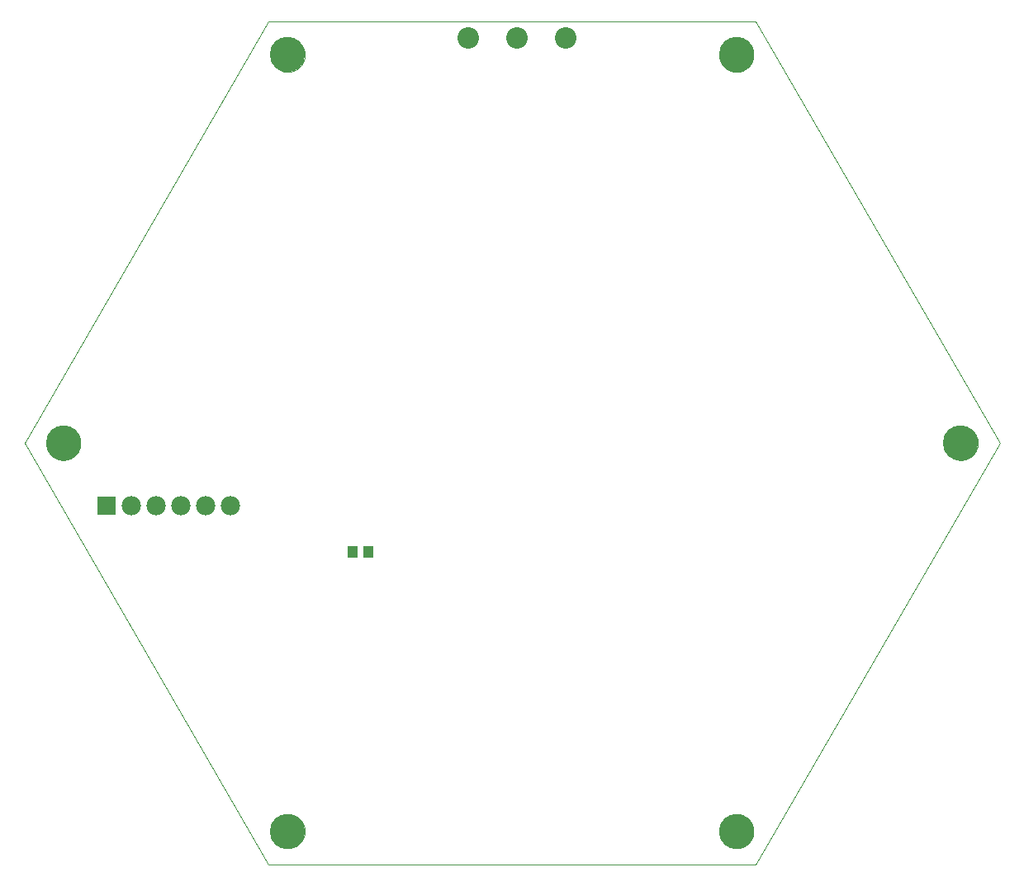
<source format=gbs>
G75*
%MOIN*%
%OFA0B0*%
%FSLAX25Y25*%
%IPPOS*%
%LPD*%
%AMOC8*
5,1,8,0,0,1.08239X$1,22.5*
%
%ADD10C,0.00000*%
%ADD11C,0.14180*%
%ADD12R,0.04337X0.04731*%
%ADD13R,0.07782X0.07782*%
%ADD14C,0.07782*%
%ADD15C,0.08668*%
D10*
X0099925Y0001500D02*
X0001500Y0171972D01*
X0099925Y0342445D01*
X0296776Y0342445D01*
X0395201Y0171972D01*
X0296776Y0001500D01*
X0099925Y0001500D01*
X0100909Y0015134D02*
X0100911Y0015303D01*
X0100917Y0015472D01*
X0100928Y0015641D01*
X0100942Y0015809D01*
X0100961Y0015977D01*
X0100984Y0016145D01*
X0101010Y0016312D01*
X0101041Y0016478D01*
X0101076Y0016644D01*
X0101115Y0016808D01*
X0101159Y0016972D01*
X0101206Y0017134D01*
X0101257Y0017295D01*
X0101312Y0017455D01*
X0101371Y0017614D01*
X0101433Y0017771D01*
X0101500Y0017926D01*
X0101571Y0018080D01*
X0101645Y0018232D01*
X0101723Y0018382D01*
X0101804Y0018530D01*
X0101889Y0018676D01*
X0101978Y0018820D01*
X0102070Y0018962D01*
X0102166Y0019101D01*
X0102265Y0019238D01*
X0102367Y0019373D01*
X0102473Y0019505D01*
X0102582Y0019634D01*
X0102694Y0019761D01*
X0102809Y0019885D01*
X0102927Y0020006D01*
X0103048Y0020124D01*
X0103172Y0020239D01*
X0103299Y0020351D01*
X0103428Y0020460D01*
X0103560Y0020566D01*
X0103695Y0020668D01*
X0103832Y0020767D01*
X0103971Y0020863D01*
X0104113Y0020955D01*
X0104257Y0021044D01*
X0104403Y0021129D01*
X0104551Y0021210D01*
X0104701Y0021288D01*
X0104853Y0021362D01*
X0105007Y0021433D01*
X0105162Y0021500D01*
X0105319Y0021562D01*
X0105478Y0021621D01*
X0105638Y0021676D01*
X0105799Y0021727D01*
X0105961Y0021774D01*
X0106125Y0021818D01*
X0106289Y0021857D01*
X0106455Y0021892D01*
X0106621Y0021923D01*
X0106788Y0021949D01*
X0106956Y0021972D01*
X0107124Y0021991D01*
X0107292Y0022005D01*
X0107461Y0022016D01*
X0107630Y0022022D01*
X0107799Y0022024D01*
X0107968Y0022022D01*
X0108137Y0022016D01*
X0108306Y0022005D01*
X0108474Y0021991D01*
X0108642Y0021972D01*
X0108810Y0021949D01*
X0108977Y0021923D01*
X0109143Y0021892D01*
X0109309Y0021857D01*
X0109473Y0021818D01*
X0109637Y0021774D01*
X0109799Y0021727D01*
X0109960Y0021676D01*
X0110120Y0021621D01*
X0110279Y0021562D01*
X0110436Y0021500D01*
X0110591Y0021433D01*
X0110745Y0021362D01*
X0110897Y0021288D01*
X0111047Y0021210D01*
X0111195Y0021129D01*
X0111341Y0021044D01*
X0111485Y0020955D01*
X0111627Y0020863D01*
X0111766Y0020767D01*
X0111903Y0020668D01*
X0112038Y0020566D01*
X0112170Y0020460D01*
X0112299Y0020351D01*
X0112426Y0020239D01*
X0112550Y0020124D01*
X0112671Y0020006D01*
X0112789Y0019885D01*
X0112904Y0019761D01*
X0113016Y0019634D01*
X0113125Y0019505D01*
X0113231Y0019373D01*
X0113333Y0019238D01*
X0113432Y0019101D01*
X0113528Y0018962D01*
X0113620Y0018820D01*
X0113709Y0018676D01*
X0113794Y0018530D01*
X0113875Y0018382D01*
X0113953Y0018232D01*
X0114027Y0018080D01*
X0114098Y0017926D01*
X0114165Y0017771D01*
X0114227Y0017614D01*
X0114286Y0017455D01*
X0114341Y0017295D01*
X0114392Y0017134D01*
X0114439Y0016972D01*
X0114483Y0016808D01*
X0114522Y0016644D01*
X0114557Y0016478D01*
X0114588Y0016312D01*
X0114614Y0016145D01*
X0114637Y0015977D01*
X0114656Y0015809D01*
X0114670Y0015641D01*
X0114681Y0015472D01*
X0114687Y0015303D01*
X0114689Y0015134D01*
X0114687Y0014965D01*
X0114681Y0014796D01*
X0114670Y0014627D01*
X0114656Y0014459D01*
X0114637Y0014291D01*
X0114614Y0014123D01*
X0114588Y0013956D01*
X0114557Y0013790D01*
X0114522Y0013624D01*
X0114483Y0013460D01*
X0114439Y0013296D01*
X0114392Y0013134D01*
X0114341Y0012973D01*
X0114286Y0012813D01*
X0114227Y0012654D01*
X0114165Y0012497D01*
X0114098Y0012342D01*
X0114027Y0012188D01*
X0113953Y0012036D01*
X0113875Y0011886D01*
X0113794Y0011738D01*
X0113709Y0011592D01*
X0113620Y0011448D01*
X0113528Y0011306D01*
X0113432Y0011167D01*
X0113333Y0011030D01*
X0113231Y0010895D01*
X0113125Y0010763D01*
X0113016Y0010634D01*
X0112904Y0010507D01*
X0112789Y0010383D01*
X0112671Y0010262D01*
X0112550Y0010144D01*
X0112426Y0010029D01*
X0112299Y0009917D01*
X0112170Y0009808D01*
X0112038Y0009702D01*
X0111903Y0009600D01*
X0111766Y0009501D01*
X0111627Y0009405D01*
X0111485Y0009313D01*
X0111341Y0009224D01*
X0111195Y0009139D01*
X0111047Y0009058D01*
X0110897Y0008980D01*
X0110745Y0008906D01*
X0110591Y0008835D01*
X0110436Y0008768D01*
X0110279Y0008706D01*
X0110120Y0008647D01*
X0109960Y0008592D01*
X0109799Y0008541D01*
X0109637Y0008494D01*
X0109473Y0008450D01*
X0109309Y0008411D01*
X0109143Y0008376D01*
X0108977Y0008345D01*
X0108810Y0008319D01*
X0108642Y0008296D01*
X0108474Y0008277D01*
X0108306Y0008263D01*
X0108137Y0008252D01*
X0107968Y0008246D01*
X0107799Y0008244D01*
X0107630Y0008246D01*
X0107461Y0008252D01*
X0107292Y0008263D01*
X0107124Y0008277D01*
X0106956Y0008296D01*
X0106788Y0008319D01*
X0106621Y0008345D01*
X0106455Y0008376D01*
X0106289Y0008411D01*
X0106125Y0008450D01*
X0105961Y0008494D01*
X0105799Y0008541D01*
X0105638Y0008592D01*
X0105478Y0008647D01*
X0105319Y0008706D01*
X0105162Y0008768D01*
X0105007Y0008835D01*
X0104853Y0008906D01*
X0104701Y0008980D01*
X0104551Y0009058D01*
X0104403Y0009139D01*
X0104257Y0009224D01*
X0104113Y0009313D01*
X0103971Y0009405D01*
X0103832Y0009501D01*
X0103695Y0009600D01*
X0103560Y0009702D01*
X0103428Y0009808D01*
X0103299Y0009917D01*
X0103172Y0010029D01*
X0103048Y0010144D01*
X0102927Y0010262D01*
X0102809Y0010383D01*
X0102694Y0010507D01*
X0102582Y0010634D01*
X0102473Y0010763D01*
X0102367Y0010895D01*
X0102265Y0011030D01*
X0102166Y0011167D01*
X0102070Y0011306D01*
X0101978Y0011448D01*
X0101889Y0011592D01*
X0101804Y0011738D01*
X0101723Y0011886D01*
X0101645Y0012036D01*
X0101571Y0012188D01*
X0101500Y0012342D01*
X0101433Y0012497D01*
X0101371Y0012654D01*
X0101312Y0012813D01*
X0101257Y0012973D01*
X0101206Y0013134D01*
X0101159Y0013296D01*
X0101115Y0013460D01*
X0101076Y0013624D01*
X0101041Y0013790D01*
X0101010Y0013956D01*
X0100984Y0014123D01*
X0100961Y0014291D01*
X0100942Y0014459D01*
X0100928Y0014627D01*
X0100917Y0014796D01*
X0100911Y0014965D01*
X0100909Y0015134D01*
X0010358Y0171972D02*
X0010360Y0172141D01*
X0010366Y0172310D01*
X0010377Y0172479D01*
X0010391Y0172647D01*
X0010410Y0172815D01*
X0010433Y0172983D01*
X0010459Y0173150D01*
X0010490Y0173316D01*
X0010525Y0173482D01*
X0010564Y0173646D01*
X0010608Y0173810D01*
X0010655Y0173972D01*
X0010706Y0174133D01*
X0010761Y0174293D01*
X0010820Y0174452D01*
X0010882Y0174609D01*
X0010949Y0174764D01*
X0011020Y0174918D01*
X0011094Y0175070D01*
X0011172Y0175220D01*
X0011253Y0175368D01*
X0011338Y0175514D01*
X0011427Y0175658D01*
X0011519Y0175800D01*
X0011615Y0175939D01*
X0011714Y0176076D01*
X0011816Y0176211D01*
X0011922Y0176343D01*
X0012031Y0176472D01*
X0012143Y0176599D01*
X0012258Y0176723D01*
X0012376Y0176844D01*
X0012497Y0176962D01*
X0012621Y0177077D01*
X0012748Y0177189D01*
X0012877Y0177298D01*
X0013009Y0177404D01*
X0013144Y0177506D01*
X0013281Y0177605D01*
X0013420Y0177701D01*
X0013562Y0177793D01*
X0013706Y0177882D01*
X0013852Y0177967D01*
X0014000Y0178048D01*
X0014150Y0178126D01*
X0014302Y0178200D01*
X0014456Y0178271D01*
X0014611Y0178338D01*
X0014768Y0178400D01*
X0014927Y0178459D01*
X0015087Y0178514D01*
X0015248Y0178565D01*
X0015410Y0178612D01*
X0015574Y0178656D01*
X0015738Y0178695D01*
X0015904Y0178730D01*
X0016070Y0178761D01*
X0016237Y0178787D01*
X0016405Y0178810D01*
X0016573Y0178829D01*
X0016741Y0178843D01*
X0016910Y0178854D01*
X0017079Y0178860D01*
X0017248Y0178862D01*
X0017417Y0178860D01*
X0017586Y0178854D01*
X0017755Y0178843D01*
X0017923Y0178829D01*
X0018091Y0178810D01*
X0018259Y0178787D01*
X0018426Y0178761D01*
X0018592Y0178730D01*
X0018758Y0178695D01*
X0018922Y0178656D01*
X0019086Y0178612D01*
X0019248Y0178565D01*
X0019409Y0178514D01*
X0019569Y0178459D01*
X0019728Y0178400D01*
X0019885Y0178338D01*
X0020040Y0178271D01*
X0020194Y0178200D01*
X0020346Y0178126D01*
X0020496Y0178048D01*
X0020644Y0177967D01*
X0020790Y0177882D01*
X0020934Y0177793D01*
X0021076Y0177701D01*
X0021215Y0177605D01*
X0021352Y0177506D01*
X0021487Y0177404D01*
X0021619Y0177298D01*
X0021748Y0177189D01*
X0021875Y0177077D01*
X0021999Y0176962D01*
X0022120Y0176844D01*
X0022238Y0176723D01*
X0022353Y0176599D01*
X0022465Y0176472D01*
X0022574Y0176343D01*
X0022680Y0176211D01*
X0022782Y0176076D01*
X0022881Y0175939D01*
X0022977Y0175800D01*
X0023069Y0175658D01*
X0023158Y0175514D01*
X0023243Y0175368D01*
X0023324Y0175220D01*
X0023402Y0175070D01*
X0023476Y0174918D01*
X0023547Y0174764D01*
X0023614Y0174609D01*
X0023676Y0174452D01*
X0023735Y0174293D01*
X0023790Y0174133D01*
X0023841Y0173972D01*
X0023888Y0173810D01*
X0023932Y0173646D01*
X0023971Y0173482D01*
X0024006Y0173316D01*
X0024037Y0173150D01*
X0024063Y0172983D01*
X0024086Y0172815D01*
X0024105Y0172647D01*
X0024119Y0172479D01*
X0024130Y0172310D01*
X0024136Y0172141D01*
X0024138Y0171972D01*
X0024136Y0171803D01*
X0024130Y0171634D01*
X0024119Y0171465D01*
X0024105Y0171297D01*
X0024086Y0171129D01*
X0024063Y0170961D01*
X0024037Y0170794D01*
X0024006Y0170628D01*
X0023971Y0170462D01*
X0023932Y0170298D01*
X0023888Y0170134D01*
X0023841Y0169972D01*
X0023790Y0169811D01*
X0023735Y0169651D01*
X0023676Y0169492D01*
X0023614Y0169335D01*
X0023547Y0169180D01*
X0023476Y0169026D01*
X0023402Y0168874D01*
X0023324Y0168724D01*
X0023243Y0168576D01*
X0023158Y0168430D01*
X0023069Y0168286D01*
X0022977Y0168144D01*
X0022881Y0168005D01*
X0022782Y0167868D01*
X0022680Y0167733D01*
X0022574Y0167601D01*
X0022465Y0167472D01*
X0022353Y0167345D01*
X0022238Y0167221D01*
X0022120Y0167100D01*
X0021999Y0166982D01*
X0021875Y0166867D01*
X0021748Y0166755D01*
X0021619Y0166646D01*
X0021487Y0166540D01*
X0021352Y0166438D01*
X0021215Y0166339D01*
X0021076Y0166243D01*
X0020934Y0166151D01*
X0020790Y0166062D01*
X0020644Y0165977D01*
X0020496Y0165896D01*
X0020346Y0165818D01*
X0020194Y0165744D01*
X0020040Y0165673D01*
X0019885Y0165606D01*
X0019728Y0165544D01*
X0019569Y0165485D01*
X0019409Y0165430D01*
X0019248Y0165379D01*
X0019086Y0165332D01*
X0018922Y0165288D01*
X0018758Y0165249D01*
X0018592Y0165214D01*
X0018426Y0165183D01*
X0018259Y0165157D01*
X0018091Y0165134D01*
X0017923Y0165115D01*
X0017755Y0165101D01*
X0017586Y0165090D01*
X0017417Y0165084D01*
X0017248Y0165082D01*
X0017079Y0165084D01*
X0016910Y0165090D01*
X0016741Y0165101D01*
X0016573Y0165115D01*
X0016405Y0165134D01*
X0016237Y0165157D01*
X0016070Y0165183D01*
X0015904Y0165214D01*
X0015738Y0165249D01*
X0015574Y0165288D01*
X0015410Y0165332D01*
X0015248Y0165379D01*
X0015087Y0165430D01*
X0014927Y0165485D01*
X0014768Y0165544D01*
X0014611Y0165606D01*
X0014456Y0165673D01*
X0014302Y0165744D01*
X0014150Y0165818D01*
X0014000Y0165896D01*
X0013852Y0165977D01*
X0013706Y0166062D01*
X0013562Y0166151D01*
X0013420Y0166243D01*
X0013281Y0166339D01*
X0013144Y0166438D01*
X0013009Y0166540D01*
X0012877Y0166646D01*
X0012748Y0166755D01*
X0012621Y0166867D01*
X0012497Y0166982D01*
X0012376Y0167100D01*
X0012258Y0167221D01*
X0012143Y0167345D01*
X0012031Y0167472D01*
X0011922Y0167601D01*
X0011816Y0167733D01*
X0011714Y0167868D01*
X0011615Y0168005D01*
X0011519Y0168144D01*
X0011427Y0168286D01*
X0011338Y0168430D01*
X0011253Y0168576D01*
X0011172Y0168724D01*
X0011094Y0168874D01*
X0011020Y0169026D01*
X0010949Y0169180D01*
X0010882Y0169335D01*
X0010820Y0169492D01*
X0010761Y0169651D01*
X0010706Y0169811D01*
X0010655Y0169972D01*
X0010608Y0170134D01*
X0010564Y0170298D01*
X0010525Y0170462D01*
X0010490Y0170628D01*
X0010459Y0170794D01*
X0010433Y0170961D01*
X0010410Y0171129D01*
X0010391Y0171297D01*
X0010377Y0171465D01*
X0010366Y0171634D01*
X0010360Y0171803D01*
X0010358Y0171972D01*
X0100909Y0328811D02*
X0100911Y0328980D01*
X0100917Y0329149D01*
X0100928Y0329318D01*
X0100942Y0329486D01*
X0100961Y0329654D01*
X0100984Y0329822D01*
X0101010Y0329989D01*
X0101041Y0330155D01*
X0101076Y0330321D01*
X0101115Y0330485D01*
X0101159Y0330649D01*
X0101206Y0330811D01*
X0101257Y0330972D01*
X0101312Y0331132D01*
X0101371Y0331291D01*
X0101433Y0331448D01*
X0101500Y0331603D01*
X0101571Y0331757D01*
X0101645Y0331909D01*
X0101723Y0332059D01*
X0101804Y0332207D01*
X0101889Y0332353D01*
X0101978Y0332497D01*
X0102070Y0332639D01*
X0102166Y0332778D01*
X0102265Y0332915D01*
X0102367Y0333050D01*
X0102473Y0333182D01*
X0102582Y0333311D01*
X0102694Y0333438D01*
X0102809Y0333562D01*
X0102927Y0333683D01*
X0103048Y0333801D01*
X0103172Y0333916D01*
X0103299Y0334028D01*
X0103428Y0334137D01*
X0103560Y0334243D01*
X0103695Y0334345D01*
X0103832Y0334444D01*
X0103971Y0334540D01*
X0104113Y0334632D01*
X0104257Y0334721D01*
X0104403Y0334806D01*
X0104551Y0334887D01*
X0104701Y0334965D01*
X0104853Y0335039D01*
X0105007Y0335110D01*
X0105162Y0335177D01*
X0105319Y0335239D01*
X0105478Y0335298D01*
X0105638Y0335353D01*
X0105799Y0335404D01*
X0105961Y0335451D01*
X0106125Y0335495D01*
X0106289Y0335534D01*
X0106455Y0335569D01*
X0106621Y0335600D01*
X0106788Y0335626D01*
X0106956Y0335649D01*
X0107124Y0335668D01*
X0107292Y0335682D01*
X0107461Y0335693D01*
X0107630Y0335699D01*
X0107799Y0335701D01*
X0107968Y0335699D01*
X0108137Y0335693D01*
X0108306Y0335682D01*
X0108474Y0335668D01*
X0108642Y0335649D01*
X0108810Y0335626D01*
X0108977Y0335600D01*
X0109143Y0335569D01*
X0109309Y0335534D01*
X0109473Y0335495D01*
X0109637Y0335451D01*
X0109799Y0335404D01*
X0109960Y0335353D01*
X0110120Y0335298D01*
X0110279Y0335239D01*
X0110436Y0335177D01*
X0110591Y0335110D01*
X0110745Y0335039D01*
X0110897Y0334965D01*
X0111047Y0334887D01*
X0111195Y0334806D01*
X0111341Y0334721D01*
X0111485Y0334632D01*
X0111627Y0334540D01*
X0111766Y0334444D01*
X0111903Y0334345D01*
X0112038Y0334243D01*
X0112170Y0334137D01*
X0112299Y0334028D01*
X0112426Y0333916D01*
X0112550Y0333801D01*
X0112671Y0333683D01*
X0112789Y0333562D01*
X0112904Y0333438D01*
X0113016Y0333311D01*
X0113125Y0333182D01*
X0113231Y0333050D01*
X0113333Y0332915D01*
X0113432Y0332778D01*
X0113528Y0332639D01*
X0113620Y0332497D01*
X0113709Y0332353D01*
X0113794Y0332207D01*
X0113875Y0332059D01*
X0113953Y0331909D01*
X0114027Y0331757D01*
X0114098Y0331603D01*
X0114165Y0331448D01*
X0114227Y0331291D01*
X0114286Y0331132D01*
X0114341Y0330972D01*
X0114392Y0330811D01*
X0114439Y0330649D01*
X0114483Y0330485D01*
X0114522Y0330321D01*
X0114557Y0330155D01*
X0114588Y0329989D01*
X0114614Y0329822D01*
X0114637Y0329654D01*
X0114656Y0329486D01*
X0114670Y0329318D01*
X0114681Y0329149D01*
X0114687Y0328980D01*
X0114689Y0328811D01*
X0114687Y0328642D01*
X0114681Y0328473D01*
X0114670Y0328304D01*
X0114656Y0328136D01*
X0114637Y0327968D01*
X0114614Y0327800D01*
X0114588Y0327633D01*
X0114557Y0327467D01*
X0114522Y0327301D01*
X0114483Y0327137D01*
X0114439Y0326973D01*
X0114392Y0326811D01*
X0114341Y0326650D01*
X0114286Y0326490D01*
X0114227Y0326331D01*
X0114165Y0326174D01*
X0114098Y0326019D01*
X0114027Y0325865D01*
X0113953Y0325713D01*
X0113875Y0325563D01*
X0113794Y0325415D01*
X0113709Y0325269D01*
X0113620Y0325125D01*
X0113528Y0324983D01*
X0113432Y0324844D01*
X0113333Y0324707D01*
X0113231Y0324572D01*
X0113125Y0324440D01*
X0113016Y0324311D01*
X0112904Y0324184D01*
X0112789Y0324060D01*
X0112671Y0323939D01*
X0112550Y0323821D01*
X0112426Y0323706D01*
X0112299Y0323594D01*
X0112170Y0323485D01*
X0112038Y0323379D01*
X0111903Y0323277D01*
X0111766Y0323178D01*
X0111627Y0323082D01*
X0111485Y0322990D01*
X0111341Y0322901D01*
X0111195Y0322816D01*
X0111047Y0322735D01*
X0110897Y0322657D01*
X0110745Y0322583D01*
X0110591Y0322512D01*
X0110436Y0322445D01*
X0110279Y0322383D01*
X0110120Y0322324D01*
X0109960Y0322269D01*
X0109799Y0322218D01*
X0109637Y0322171D01*
X0109473Y0322127D01*
X0109309Y0322088D01*
X0109143Y0322053D01*
X0108977Y0322022D01*
X0108810Y0321996D01*
X0108642Y0321973D01*
X0108474Y0321954D01*
X0108306Y0321940D01*
X0108137Y0321929D01*
X0107968Y0321923D01*
X0107799Y0321921D01*
X0107630Y0321923D01*
X0107461Y0321929D01*
X0107292Y0321940D01*
X0107124Y0321954D01*
X0106956Y0321973D01*
X0106788Y0321996D01*
X0106621Y0322022D01*
X0106455Y0322053D01*
X0106289Y0322088D01*
X0106125Y0322127D01*
X0105961Y0322171D01*
X0105799Y0322218D01*
X0105638Y0322269D01*
X0105478Y0322324D01*
X0105319Y0322383D01*
X0105162Y0322445D01*
X0105007Y0322512D01*
X0104853Y0322583D01*
X0104701Y0322657D01*
X0104551Y0322735D01*
X0104403Y0322816D01*
X0104257Y0322901D01*
X0104113Y0322990D01*
X0103971Y0323082D01*
X0103832Y0323178D01*
X0103695Y0323277D01*
X0103560Y0323379D01*
X0103428Y0323485D01*
X0103299Y0323594D01*
X0103172Y0323706D01*
X0103048Y0323821D01*
X0102927Y0323939D01*
X0102809Y0324060D01*
X0102694Y0324184D01*
X0102582Y0324311D01*
X0102473Y0324440D01*
X0102367Y0324572D01*
X0102265Y0324707D01*
X0102166Y0324844D01*
X0102070Y0324983D01*
X0101978Y0325125D01*
X0101889Y0325269D01*
X0101804Y0325415D01*
X0101723Y0325563D01*
X0101645Y0325713D01*
X0101571Y0325865D01*
X0101500Y0326019D01*
X0101433Y0326174D01*
X0101371Y0326331D01*
X0101312Y0326490D01*
X0101257Y0326650D01*
X0101206Y0326811D01*
X0101159Y0326973D01*
X0101115Y0327137D01*
X0101076Y0327301D01*
X0101041Y0327467D01*
X0101010Y0327633D01*
X0100984Y0327800D01*
X0100961Y0327968D01*
X0100942Y0328136D01*
X0100928Y0328304D01*
X0100917Y0328473D01*
X0100911Y0328642D01*
X0100909Y0328811D01*
X0282012Y0328811D02*
X0282014Y0328980D01*
X0282020Y0329149D01*
X0282031Y0329318D01*
X0282045Y0329486D01*
X0282064Y0329654D01*
X0282087Y0329822D01*
X0282113Y0329989D01*
X0282144Y0330155D01*
X0282179Y0330321D01*
X0282218Y0330485D01*
X0282262Y0330649D01*
X0282309Y0330811D01*
X0282360Y0330972D01*
X0282415Y0331132D01*
X0282474Y0331291D01*
X0282536Y0331448D01*
X0282603Y0331603D01*
X0282674Y0331757D01*
X0282748Y0331909D01*
X0282826Y0332059D01*
X0282907Y0332207D01*
X0282992Y0332353D01*
X0283081Y0332497D01*
X0283173Y0332639D01*
X0283269Y0332778D01*
X0283368Y0332915D01*
X0283470Y0333050D01*
X0283576Y0333182D01*
X0283685Y0333311D01*
X0283797Y0333438D01*
X0283912Y0333562D01*
X0284030Y0333683D01*
X0284151Y0333801D01*
X0284275Y0333916D01*
X0284402Y0334028D01*
X0284531Y0334137D01*
X0284663Y0334243D01*
X0284798Y0334345D01*
X0284935Y0334444D01*
X0285074Y0334540D01*
X0285216Y0334632D01*
X0285360Y0334721D01*
X0285506Y0334806D01*
X0285654Y0334887D01*
X0285804Y0334965D01*
X0285956Y0335039D01*
X0286110Y0335110D01*
X0286265Y0335177D01*
X0286422Y0335239D01*
X0286581Y0335298D01*
X0286741Y0335353D01*
X0286902Y0335404D01*
X0287064Y0335451D01*
X0287228Y0335495D01*
X0287392Y0335534D01*
X0287558Y0335569D01*
X0287724Y0335600D01*
X0287891Y0335626D01*
X0288059Y0335649D01*
X0288227Y0335668D01*
X0288395Y0335682D01*
X0288564Y0335693D01*
X0288733Y0335699D01*
X0288902Y0335701D01*
X0289071Y0335699D01*
X0289240Y0335693D01*
X0289409Y0335682D01*
X0289577Y0335668D01*
X0289745Y0335649D01*
X0289913Y0335626D01*
X0290080Y0335600D01*
X0290246Y0335569D01*
X0290412Y0335534D01*
X0290576Y0335495D01*
X0290740Y0335451D01*
X0290902Y0335404D01*
X0291063Y0335353D01*
X0291223Y0335298D01*
X0291382Y0335239D01*
X0291539Y0335177D01*
X0291694Y0335110D01*
X0291848Y0335039D01*
X0292000Y0334965D01*
X0292150Y0334887D01*
X0292298Y0334806D01*
X0292444Y0334721D01*
X0292588Y0334632D01*
X0292730Y0334540D01*
X0292869Y0334444D01*
X0293006Y0334345D01*
X0293141Y0334243D01*
X0293273Y0334137D01*
X0293402Y0334028D01*
X0293529Y0333916D01*
X0293653Y0333801D01*
X0293774Y0333683D01*
X0293892Y0333562D01*
X0294007Y0333438D01*
X0294119Y0333311D01*
X0294228Y0333182D01*
X0294334Y0333050D01*
X0294436Y0332915D01*
X0294535Y0332778D01*
X0294631Y0332639D01*
X0294723Y0332497D01*
X0294812Y0332353D01*
X0294897Y0332207D01*
X0294978Y0332059D01*
X0295056Y0331909D01*
X0295130Y0331757D01*
X0295201Y0331603D01*
X0295268Y0331448D01*
X0295330Y0331291D01*
X0295389Y0331132D01*
X0295444Y0330972D01*
X0295495Y0330811D01*
X0295542Y0330649D01*
X0295586Y0330485D01*
X0295625Y0330321D01*
X0295660Y0330155D01*
X0295691Y0329989D01*
X0295717Y0329822D01*
X0295740Y0329654D01*
X0295759Y0329486D01*
X0295773Y0329318D01*
X0295784Y0329149D01*
X0295790Y0328980D01*
X0295792Y0328811D01*
X0295790Y0328642D01*
X0295784Y0328473D01*
X0295773Y0328304D01*
X0295759Y0328136D01*
X0295740Y0327968D01*
X0295717Y0327800D01*
X0295691Y0327633D01*
X0295660Y0327467D01*
X0295625Y0327301D01*
X0295586Y0327137D01*
X0295542Y0326973D01*
X0295495Y0326811D01*
X0295444Y0326650D01*
X0295389Y0326490D01*
X0295330Y0326331D01*
X0295268Y0326174D01*
X0295201Y0326019D01*
X0295130Y0325865D01*
X0295056Y0325713D01*
X0294978Y0325563D01*
X0294897Y0325415D01*
X0294812Y0325269D01*
X0294723Y0325125D01*
X0294631Y0324983D01*
X0294535Y0324844D01*
X0294436Y0324707D01*
X0294334Y0324572D01*
X0294228Y0324440D01*
X0294119Y0324311D01*
X0294007Y0324184D01*
X0293892Y0324060D01*
X0293774Y0323939D01*
X0293653Y0323821D01*
X0293529Y0323706D01*
X0293402Y0323594D01*
X0293273Y0323485D01*
X0293141Y0323379D01*
X0293006Y0323277D01*
X0292869Y0323178D01*
X0292730Y0323082D01*
X0292588Y0322990D01*
X0292444Y0322901D01*
X0292298Y0322816D01*
X0292150Y0322735D01*
X0292000Y0322657D01*
X0291848Y0322583D01*
X0291694Y0322512D01*
X0291539Y0322445D01*
X0291382Y0322383D01*
X0291223Y0322324D01*
X0291063Y0322269D01*
X0290902Y0322218D01*
X0290740Y0322171D01*
X0290576Y0322127D01*
X0290412Y0322088D01*
X0290246Y0322053D01*
X0290080Y0322022D01*
X0289913Y0321996D01*
X0289745Y0321973D01*
X0289577Y0321954D01*
X0289409Y0321940D01*
X0289240Y0321929D01*
X0289071Y0321923D01*
X0288902Y0321921D01*
X0288733Y0321923D01*
X0288564Y0321929D01*
X0288395Y0321940D01*
X0288227Y0321954D01*
X0288059Y0321973D01*
X0287891Y0321996D01*
X0287724Y0322022D01*
X0287558Y0322053D01*
X0287392Y0322088D01*
X0287228Y0322127D01*
X0287064Y0322171D01*
X0286902Y0322218D01*
X0286741Y0322269D01*
X0286581Y0322324D01*
X0286422Y0322383D01*
X0286265Y0322445D01*
X0286110Y0322512D01*
X0285956Y0322583D01*
X0285804Y0322657D01*
X0285654Y0322735D01*
X0285506Y0322816D01*
X0285360Y0322901D01*
X0285216Y0322990D01*
X0285074Y0323082D01*
X0284935Y0323178D01*
X0284798Y0323277D01*
X0284663Y0323379D01*
X0284531Y0323485D01*
X0284402Y0323594D01*
X0284275Y0323706D01*
X0284151Y0323821D01*
X0284030Y0323939D01*
X0283912Y0324060D01*
X0283797Y0324184D01*
X0283685Y0324311D01*
X0283576Y0324440D01*
X0283470Y0324572D01*
X0283368Y0324707D01*
X0283269Y0324844D01*
X0283173Y0324983D01*
X0283081Y0325125D01*
X0282992Y0325269D01*
X0282907Y0325415D01*
X0282826Y0325563D01*
X0282748Y0325713D01*
X0282674Y0325865D01*
X0282603Y0326019D01*
X0282536Y0326174D01*
X0282474Y0326331D01*
X0282415Y0326490D01*
X0282360Y0326650D01*
X0282309Y0326811D01*
X0282262Y0326973D01*
X0282218Y0327137D01*
X0282179Y0327301D01*
X0282144Y0327467D01*
X0282113Y0327633D01*
X0282087Y0327800D01*
X0282064Y0327968D01*
X0282045Y0328136D01*
X0282031Y0328304D01*
X0282020Y0328473D01*
X0282014Y0328642D01*
X0282012Y0328811D01*
X0372563Y0171972D02*
X0372565Y0172141D01*
X0372571Y0172310D01*
X0372582Y0172479D01*
X0372596Y0172647D01*
X0372615Y0172815D01*
X0372638Y0172983D01*
X0372664Y0173150D01*
X0372695Y0173316D01*
X0372730Y0173482D01*
X0372769Y0173646D01*
X0372813Y0173810D01*
X0372860Y0173972D01*
X0372911Y0174133D01*
X0372966Y0174293D01*
X0373025Y0174452D01*
X0373087Y0174609D01*
X0373154Y0174764D01*
X0373225Y0174918D01*
X0373299Y0175070D01*
X0373377Y0175220D01*
X0373458Y0175368D01*
X0373543Y0175514D01*
X0373632Y0175658D01*
X0373724Y0175800D01*
X0373820Y0175939D01*
X0373919Y0176076D01*
X0374021Y0176211D01*
X0374127Y0176343D01*
X0374236Y0176472D01*
X0374348Y0176599D01*
X0374463Y0176723D01*
X0374581Y0176844D01*
X0374702Y0176962D01*
X0374826Y0177077D01*
X0374953Y0177189D01*
X0375082Y0177298D01*
X0375214Y0177404D01*
X0375349Y0177506D01*
X0375486Y0177605D01*
X0375625Y0177701D01*
X0375767Y0177793D01*
X0375911Y0177882D01*
X0376057Y0177967D01*
X0376205Y0178048D01*
X0376355Y0178126D01*
X0376507Y0178200D01*
X0376661Y0178271D01*
X0376816Y0178338D01*
X0376973Y0178400D01*
X0377132Y0178459D01*
X0377292Y0178514D01*
X0377453Y0178565D01*
X0377615Y0178612D01*
X0377779Y0178656D01*
X0377943Y0178695D01*
X0378109Y0178730D01*
X0378275Y0178761D01*
X0378442Y0178787D01*
X0378610Y0178810D01*
X0378778Y0178829D01*
X0378946Y0178843D01*
X0379115Y0178854D01*
X0379284Y0178860D01*
X0379453Y0178862D01*
X0379622Y0178860D01*
X0379791Y0178854D01*
X0379960Y0178843D01*
X0380128Y0178829D01*
X0380296Y0178810D01*
X0380464Y0178787D01*
X0380631Y0178761D01*
X0380797Y0178730D01*
X0380963Y0178695D01*
X0381127Y0178656D01*
X0381291Y0178612D01*
X0381453Y0178565D01*
X0381614Y0178514D01*
X0381774Y0178459D01*
X0381933Y0178400D01*
X0382090Y0178338D01*
X0382245Y0178271D01*
X0382399Y0178200D01*
X0382551Y0178126D01*
X0382701Y0178048D01*
X0382849Y0177967D01*
X0382995Y0177882D01*
X0383139Y0177793D01*
X0383281Y0177701D01*
X0383420Y0177605D01*
X0383557Y0177506D01*
X0383692Y0177404D01*
X0383824Y0177298D01*
X0383953Y0177189D01*
X0384080Y0177077D01*
X0384204Y0176962D01*
X0384325Y0176844D01*
X0384443Y0176723D01*
X0384558Y0176599D01*
X0384670Y0176472D01*
X0384779Y0176343D01*
X0384885Y0176211D01*
X0384987Y0176076D01*
X0385086Y0175939D01*
X0385182Y0175800D01*
X0385274Y0175658D01*
X0385363Y0175514D01*
X0385448Y0175368D01*
X0385529Y0175220D01*
X0385607Y0175070D01*
X0385681Y0174918D01*
X0385752Y0174764D01*
X0385819Y0174609D01*
X0385881Y0174452D01*
X0385940Y0174293D01*
X0385995Y0174133D01*
X0386046Y0173972D01*
X0386093Y0173810D01*
X0386137Y0173646D01*
X0386176Y0173482D01*
X0386211Y0173316D01*
X0386242Y0173150D01*
X0386268Y0172983D01*
X0386291Y0172815D01*
X0386310Y0172647D01*
X0386324Y0172479D01*
X0386335Y0172310D01*
X0386341Y0172141D01*
X0386343Y0171972D01*
X0386341Y0171803D01*
X0386335Y0171634D01*
X0386324Y0171465D01*
X0386310Y0171297D01*
X0386291Y0171129D01*
X0386268Y0170961D01*
X0386242Y0170794D01*
X0386211Y0170628D01*
X0386176Y0170462D01*
X0386137Y0170298D01*
X0386093Y0170134D01*
X0386046Y0169972D01*
X0385995Y0169811D01*
X0385940Y0169651D01*
X0385881Y0169492D01*
X0385819Y0169335D01*
X0385752Y0169180D01*
X0385681Y0169026D01*
X0385607Y0168874D01*
X0385529Y0168724D01*
X0385448Y0168576D01*
X0385363Y0168430D01*
X0385274Y0168286D01*
X0385182Y0168144D01*
X0385086Y0168005D01*
X0384987Y0167868D01*
X0384885Y0167733D01*
X0384779Y0167601D01*
X0384670Y0167472D01*
X0384558Y0167345D01*
X0384443Y0167221D01*
X0384325Y0167100D01*
X0384204Y0166982D01*
X0384080Y0166867D01*
X0383953Y0166755D01*
X0383824Y0166646D01*
X0383692Y0166540D01*
X0383557Y0166438D01*
X0383420Y0166339D01*
X0383281Y0166243D01*
X0383139Y0166151D01*
X0382995Y0166062D01*
X0382849Y0165977D01*
X0382701Y0165896D01*
X0382551Y0165818D01*
X0382399Y0165744D01*
X0382245Y0165673D01*
X0382090Y0165606D01*
X0381933Y0165544D01*
X0381774Y0165485D01*
X0381614Y0165430D01*
X0381453Y0165379D01*
X0381291Y0165332D01*
X0381127Y0165288D01*
X0380963Y0165249D01*
X0380797Y0165214D01*
X0380631Y0165183D01*
X0380464Y0165157D01*
X0380296Y0165134D01*
X0380128Y0165115D01*
X0379960Y0165101D01*
X0379791Y0165090D01*
X0379622Y0165084D01*
X0379453Y0165082D01*
X0379284Y0165084D01*
X0379115Y0165090D01*
X0378946Y0165101D01*
X0378778Y0165115D01*
X0378610Y0165134D01*
X0378442Y0165157D01*
X0378275Y0165183D01*
X0378109Y0165214D01*
X0377943Y0165249D01*
X0377779Y0165288D01*
X0377615Y0165332D01*
X0377453Y0165379D01*
X0377292Y0165430D01*
X0377132Y0165485D01*
X0376973Y0165544D01*
X0376816Y0165606D01*
X0376661Y0165673D01*
X0376507Y0165744D01*
X0376355Y0165818D01*
X0376205Y0165896D01*
X0376057Y0165977D01*
X0375911Y0166062D01*
X0375767Y0166151D01*
X0375625Y0166243D01*
X0375486Y0166339D01*
X0375349Y0166438D01*
X0375214Y0166540D01*
X0375082Y0166646D01*
X0374953Y0166755D01*
X0374826Y0166867D01*
X0374702Y0166982D01*
X0374581Y0167100D01*
X0374463Y0167221D01*
X0374348Y0167345D01*
X0374236Y0167472D01*
X0374127Y0167601D01*
X0374021Y0167733D01*
X0373919Y0167868D01*
X0373820Y0168005D01*
X0373724Y0168144D01*
X0373632Y0168286D01*
X0373543Y0168430D01*
X0373458Y0168576D01*
X0373377Y0168724D01*
X0373299Y0168874D01*
X0373225Y0169026D01*
X0373154Y0169180D01*
X0373087Y0169335D01*
X0373025Y0169492D01*
X0372966Y0169651D01*
X0372911Y0169811D01*
X0372860Y0169972D01*
X0372813Y0170134D01*
X0372769Y0170298D01*
X0372730Y0170462D01*
X0372695Y0170628D01*
X0372664Y0170794D01*
X0372638Y0170961D01*
X0372615Y0171129D01*
X0372596Y0171297D01*
X0372582Y0171465D01*
X0372571Y0171634D01*
X0372565Y0171803D01*
X0372563Y0171972D01*
X0282012Y0015134D02*
X0282014Y0015303D01*
X0282020Y0015472D01*
X0282031Y0015641D01*
X0282045Y0015809D01*
X0282064Y0015977D01*
X0282087Y0016145D01*
X0282113Y0016312D01*
X0282144Y0016478D01*
X0282179Y0016644D01*
X0282218Y0016808D01*
X0282262Y0016972D01*
X0282309Y0017134D01*
X0282360Y0017295D01*
X0282415Y0017455D01*
X0282474Y0017614D01*
X0282536Y0017771D01*
X0282603Y0017926D01*
X0282674Y0018080D01*
X0282748Y0018232D01*
X0282826Y0018382D01*
X0282907Y0018530D01*
X0282992Y0018676D01*
X0283081Y0018820D01*
X0283173Y0018962D01*
X0283269Y0019101D01*
X0283368Y0019238D01*
X0283470Y0019373D01*
X0283576Y0019505D01*
X0283685Y0019634D01*
X0283797Y0019761D01*
X0283912Y0019885D01*
X0284030Y0020006D01*
X0284151Y0020124D01*
X0284275Y0020239D01*
X0284402Y0020351D01*
X0284531Y0020460D01*
X0284663Y0020566D01*
X0284798Y0020668D01*
X0284935Y0020767D01*
X0285074Y0020863D01*
X0285216Y0020955D01*
X0285360Y0021044D01*
X0285506Y0021129D01*
X0285654Y0021210D01*
X0285804Y0021288D01*
X0285956Y0021362D01*
X0286110Y0021433D01*
X0286265Y0021500D01*
X0286422Y0021562D01*
X0286581Y0021621D01*
X0286741Y0021676D01*
X0286902Y0021727D01*
X0287064Y0021774D01*
X0287228Y0021818D01*
X0287392Y0021857D01*
X0287558Y0021892D01*
X0287724Y0021923D01*
X0287891Y0021949D01*
X0288059Y0021972D01*
X0288227Y0021991D01*
X0288395Y0022005D01*
X0288564Y0022016D01*
X0288733Y0022022D01*
X0288902Y0022024D01*
X0289071Y0022022D01*
X0289240Y0022016D01*
X0289409Y0022005D01*
X0289577Y0021991D01*
X0289745Y0021972D01*
X0289913Y0021949D01*
X0290080Y0021923D01*
X0290246Y0021892D01*
X0290412Y0021857D01*
X0290576Y0021818D01*
X0290740Y0021774D01*
X0290902Y0021727D01*
X0291063Y0021676D01*
X0291223Y0021621D01*
X0291382Y0021562D01*
X0291539Y0021500D01*
X0291694Y0021433D01*
X0291848Y0021362D01*
X0292000Y0021288D01*
X0292150Y0021210D01*
X0292298Y0021129D01*
X0292444Y0021044D01*
X0292588Y0020955D01*
X0292730Y0020863D01*
X0292869Y0020767D01*
X0293006Y0020668D01*
X0293141Y0020566D01*
X0293273Y0020460D01*
X0293402Y0020351D01*
X0293529Y0020239D01*
X0293653Y0020124D01*
X0293774Y0020006D01*
X0293892Y0019885D01*
X0294007Y0019761D01*
X0294119Y0019634D01*
X0294228Y0019505D01*
X0294334Y0019373D01*
X0294436Y0019238D01*
X0294535Y0019101D01*
X0294631Y0018962D01*
X0294723Y0018820D01*
X0294812Y0018676D01*
X0294897Y0018530D01*
X0294978Y0018382D01*
X0295056Y0018232D01*
X0295130Y0018080D01*
X0295201Y0017926D01*
X0295268Y0017771D01*
X0295330Y0017614D01*
X0295389Y0017455D01*
X0295444Y0017295D01*
X0295495Y0017134D01*
X0295542Y0016972D01*
X0295586Y0016808D01*
X0295625Y0016644D01*
X0295660Y0016478D01*
X0295691Y0016312D01*
X0295717Y0016145D01*
X0295740Y0015977D01*
X0295759Y0015809D01*
X0295773Y0015641D01*
X0295784Y0015472D01*
X0295790Y0015303D01*
X0295792Y0015134D01*
X0295790Y0014965D01*
X0295784Y0014796D01*
X0295773Y0014627D01*
X0295759Y0014459D01*
X0295740Y0014291D01*
X0295717Y0014123D01*
X0295691Y0013956D01*
X0295660Y0013790D01*
X0295625Y0013624D01*
X0295586Y0013460D01*
X0295542Y0013296D01*
X0295495Y0013134D01*
X0295444Y0012973D01*
X0295389Y0012813D01*
X0295330Y0012654D01*
X0295268Y0012497D01*
X0295201Y0012342D01*
X0295130Y0012188D01*
X0295056Y0012036D01*
X0294978Y0011886D01*
X0294897Y0011738D01*
X0294812Y0011592D01*
X0294723Y0011448D01*
X0294631Y0011306D01*
X0294535Y0011167D01*
X0294436Y0011030D01*
X0294334Y0010895D01*
X0294228Y0010763D01*
X0294119Y0010634D01*
X0294007Y0010507D01*
X0293892Y0010383D01*
X0293774Y0010262D01*
X0293653Y0010144D01*
X0293529Y0010029D01*
X0293402Y0009917D01*
X0293273Y0009808D01*
X0293141Y0009702D01*
X0293006Y0009600D01*
X0292869Y0009501D01*
X0292730Y0009405D01*
X0292588Y0009313D01*
X0292444Y0009224D01*
X0292298Y0009139D01*
X0292150Y0009058D01*
X0292000Y0008980D01*
X0291848Y0008906D01*
X0291694Y0008835D01*
X0291539Y0008768D01*
X0291382Y0008706D01*
X0291223Y0008647D01*
X0291063Y0008592D01*
X0290902Y0008541D01*
X0290740Y0008494D01*
X0290576Y0008450D01*
X0290412Y0008411D01*
X0290246Y0008376D01*
X0290080Y0008345D01*
X0289913Y0008319D01*
X0289745Y0008296D01*
X0289577Y0008277D01*
X0289409Y0008263D01*
X0289240Y0008252D01*
X0289071Y0008246D01*
X0288902Y0008244D01*
X0288733Y0008246D01*
X0288564Y0008252D01*
X0288395Y0008263D01*
X0288227Y0008277D01*
X0288059Y0008296D01*
X0287891Y0008319D01*
X0287724Y0008345D01*
X0287558Y0008376D01*
X0287392Y0008411D01*
X0287228Y0008450D01*
X0287064Y0008494D01*
X0286902Y0008541D01*
X0286741Y0008592D01*
X0286581Y0008647D01*
X0286422Y0008706D01*
X0286265Y0008768D01*
X0286110Y0008835D01*
X0285956Y0008906D01*
X0285804Y0008980D01*
X0285654Y0009058D01*
X0285506Y0009139D01*
X0285360Y0009224D01*
X0285216Y0009313D01*
X0285074Y0009405D01*
X0284935Y0009501D01*
X0284798Y0009600D01*
X0284663Y0009702D01*
X0284531Y0009808D01*
X0284402Y0009917D01*
X0284275Y0010029D01*
X0284151Y0010144D01*
X0284030Y0010262D01*
X0283912Y0010383D01*
X0283797Y0010507D01*
X0283685Y0010634D01*
X0283576Y0010763D01*
X0283470Y0010895D01*
X0283368Y0011030D01*
X0283269Y0011167D01*
X0283173Y0011306D01*
X0283081Y0011448D01*
X0282992Y0011592D01*
X0282907Y0011738D01*
X0282826Y0011886D01*
X0282748Y0012036D01*
X0282674Y0012188D01*
X0282603Y0012342D01*
X0282536Y0012497D01*
X0282474Y0012654D01*
X0282415Y0012813D01*
X0282360Y0012973D01*
X0282309Y0013134D01*
X0282262Y0013296D01*
X0282218Y0013460D01*
X0282179Y0013624D01*
X0282144Y0013790D01*
X0282113Y0013956D01*
X0282087Y0014123D01*
X0282064Y0014291D01*
X0282045Y0014459D01*
X0282031Y0014627D01*
X0282020Y0014796D01*
X0282014Y0014965D01*
X0282012Y0015134D01*
D11*
X0288902Y0015134D03*
X0379453Y0171972D03*
X0288902Y0328811D03*
X0107799Y0328811D03*
X0017248Y0171972D03*
X0107799Y0015134D03*
D12*
X0133858Y0127953D03*
X0140157Y0127953D03*
D13*
X0034500Y0146622D03*
D14*
X0044539Y0146622D03*
X0054539Y0146622D03*
X0064539Y0146622D03*
X0074657Y0146622D03*
X0084657Y0146622D03*
D15*
X0180685Y0335543D03*
X0200370Y0335543D03*
X0220055Y0335543D03*
M02*

</source>
